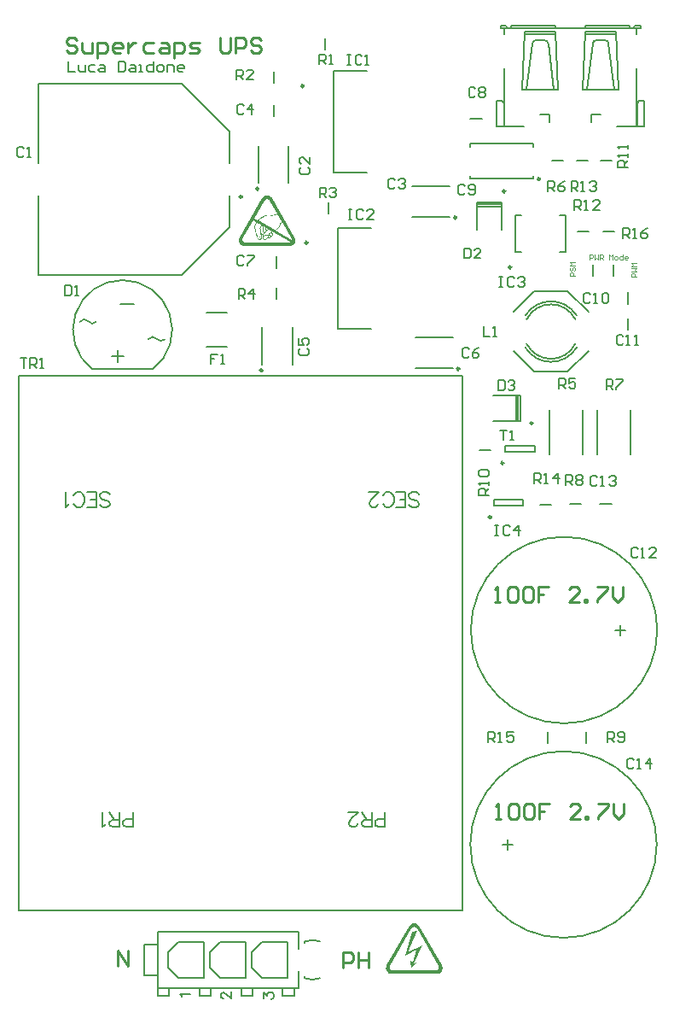
<source format=gto>
G04 Layer_Color=65535*
%FSLAX25Y25*%
%MOIN*%
G70*
G01*
G75*
%ADD10C,0.00787*%
%ADD11C,0.00984*%
%ADD12C,0.01000*%
%ADD13C,0.00394*%
%ADD14C,0.00500*%
G36*
X200918Y409353D02*
X201122Y409294D01*
X201356Y409236D01*
X201618Y409119D01*
X201851Y408974D01*
X202114Y408770D01*
X202143Y408740D01*
X202201Y408682D01*
X202347Y408536D01*
X202376Y408507D01*
X202405Y408449D01*
X202522Y408274D01*
X211328Y393023D01*
X211357Y392994D01*
X211387Y392906D01*
X211445Y392731D01*
X211532Y392527D01*
X211591Y392294D01*
X211620Y392003D01*
Y391711D01*
X211591Y391390D01*
Y391361D01*
X211562Y391303D01*
X211532Y391186D01*
X211503Y391069D01*
Y391040D01*
X211474Y390982D01*
X211416Y390894D01*
X211357Y390749D01*
X211328D01*
X211299Y390720D01*
X211241Y390632D01*
X211153Y390486D01*
X211008Y390340D01*
X210833Y390165D01*
X210629Y389990D01*
X210366Y389845D01*
X210074Y389728D01*
X210045D01*
X209958Y389699D01*
X209841Y389670D01*
X209724D01*
X209695Y389641D01*
X209579D01*
X209433Y389611D01*
X191674D01*
X191499Y389641D01*
X191295Y389699D01*
X191033Y389757D01*
X190770Y389874D01*
X190508Y390020D01*
X190246Y390224D01*
X190217Y390253D01*
X190158Y390311D01*
X190012Y390457D01*
X189983Y390486D01*
X189954Y390545D01*
X189837Y390749D01*
X189808Y390778D01*
X189779Y390865D01*
X189721Y391011D01*
X189633Y391215D01*
X189575Y391448D01*
X189546Y391711D01*
Y392003D01*
X189575Y392323D01*
Y392352D01*
X189604Y392440D01*
X189633Y392557D01*
X189662Y392644D01*
Y392673D01*
X189692Y392731D01*
X189750Y392819D01*
X189808Y392936D01*
Y392965D01*
Y392994D01*
X189837D01*
X198615Y408216D01*
Y408245D01*
X198673Y408303D01*
X198790Y408478D01*
X199023Y408740D01*
X199285Y408974D01*
X199344Y409003D01*
X199460Y409061D01*
X199489Y409090D01*
X199548Y409119D01*
X199664Y409178D01*
X199781Y409236D01*
X199956Y409294D01*
X200160Y409324D01*
X200364Y409382D01*
X200743D01*
X200918Y409353D01*
D02*
G37*
G36*
X258418Y125253D02*
X258622Y125194D01*
X258856Y125136D01*
X259118Y125019D01*
X259351Y124874D01*
X259614Y124670D01*
X259643Y124640D01*
X259701Y124582D01*
X259847Y124436D01*
X259876Y124407D01*
X259905Y124349D01*
X260022Y124174D01*
X268828Y108923D01*
X268858Y108894D01*
X268887Y108807D01*
X268945Y108632D01*
X269032Y108427D01*
X269091Y108194D01*
X269120Y107903D01*
Y107611D01*
X269091Y107290D01*
Y107261D01*
X269062Y107203D01*
X269032Y107086D01*
X269003Y106969D01*
Y106940D01*
X268974Y106882D01*
X268916Y106794D01*
X268858Y106649D01*
X268828D01*
X268799Y106620D01*
X268741Y106532D01*
X268653Y106386D01*
X268508Y106240D01*
X268333Y106065D01*
X268128Y105891D01*
X267866Y105745D01*
X267574Y105628D01*
X267545D01*
X267458Y105599D01*
X267341Y105570D01*
X267225D01*
X267195Y105541D01*
X267079D01*
X266933Y105511D01*
X249174D01*
X249000Y105541D01*
X248795Y105599D01*
X248533Y105657D01*
X248271Y105774D01*
X248008Y105920D01*
X247746Y106124D01*
X247716Y106153D01*
X247658Y106211D01*
X247512Y106357D01*
X247483Y106386D01*
X247454Y106445D01*
X247337Y106649D01*
X247308Y106678D01*
X247279Y106765D01*
X247221Y106911D01*
X247133Y107115D01*
X247075Y107349D01*
X247046Y107611D01*
Y107903D01*
X247075Y108223D01*
Y108252D01*
X247104Y108340D01*
X247133Y108457D01*
X247162Y108544D01*
Y108573D01*
X247192Y108632D01*
X247250Y108719D01*
X247308Y108836D01*
Y108865D01*
Y108894D01*
X247337D01*
X256115Y124116D01*
Y124145D01*
X256173Y124203D01*
X256290Y124378D01*
X256523Y124640D01*
X256785Y124874D01*
X256844Y124903D01*
X256960Y124961D01*
X256989Y124990D01*
X257048Y125019D01*
X257164Y125078D01*
X257281Y125136D01*
X257456Y125194D01*
X257660Y125224D01*
X257864Y125282D01*
X258243D01*
X258418Y125253D01*
D02*
G37*
%LPC*%
G36*
X197157Y393460D02*
X197011D01*
X196923Y393431D01*
X196894D01*
X196923Y393315D01*
Y393286D01*
X196952Y393227D01*
X197011Y393111D01*
X197040Y392994D01*
X197157Y392731D01*
X197215Y392615D01*
X197273Y392527D01*
X197302Y392498D01*
X197361Y392440D01*
X197477Y392382D01*
X197623Y392323D01*
X197740D01*
X197769Y392352D01*
Y392382D01*
Y392440D01*
Y392469D01*
X197798Y392498D01*
Y392586D01*
Y392615D01*
Y392644D01*
Y392673D01*
X197769Y392702D01*
Y392731D01*
X197740Y392790D01*
X197652Y392965D01*
Y392994D01*
X197623Y393023D01*
X197594Y393052D01*
X197565Y393111D01*
Y393140D01*
X197536Y393169D01*
X197419Y393286D01*
X197244Y393402D01*
X197157Y393460D01*
D02*
G37*
G36*
X200510Y393723D02*
X200423D01*
X200248Y393694D01*
X200131D01*
X199985Y393665D01*
X199868Y393636D01*
X199752D01*
X199723Y393606D01*
X199664D01*
X199635Y393577D01*
X199548Y393548D01*
X199431Y393460D01*
X199314Y393373D01*
X199285Y393315D01*
X199227Y393227D01*
X199169Y393081D01*
X199139Y393052D01*
X199110Y392906D01*
Y392848D01*
X199169Y392731D01*
X199227Y392586D01*
X199314Y392469D01*
X199373Y392440D01*
X199431Y392411D01*
X199548Y392382D01*
X199898D01*
X200014Y392440D01*
X200073Y392469D01*
X200131Y392498D01*
X200218Y392557D01*
X200248Y392586D01*
X200335Y392673D01*
X200452Y392790D01*
X200627Y393023D01*
Y393052D01*
X200656Y393081D01*
X200772Y393227D01*
X200860Y393402D01*
X200918Y393577D01*
X200889Y393606D01*
X200831Y393636D01*
X200685Y393665D01*
X200510Y393723D01*
D02*
G37*
G36*
X196544Y398768D02*
Y398739D01*
Y398709D01*
X196486Y398534D01*
X196398Y398243D01*
X196223Y397893D01*
Y397864D01*
X196194Y397834D01*
X196107Y397660D01*
X196048Y397455D01*
X195990Y397310D01*
Y397251D01*
X195961Y397193D01*
Y397106D01*
X195990Y396960D01*
Y396814D01*
X196048Y396610D01*
X196107Y396376D01*
Y396347D01*
X196136Y396260D01*
X196165Y396172D01*
X196194Y396085D01*
Y396056D01*
Y395997D01*
X196223Y395852D01*
X196282Y395589D01*
X196340Y395210D01*
Y395181D01*
Y395152D01*
X196369Y394948D01*
X196398Y394744D01*
X196457Y394510D01*
X196486Y394452D01*
X196515Y394335D01*
X196602Y394160D01*
X196690Y393956D01*
X196719Y393927D01*
X196748Y393810D01*
X196777Y393694D01*
X196836Y393577D01*
X196894D01*
X196923Y393606D01*
X197098D01*
X197273Y393548D01*
X197390Y393490D01*
X197506Y393431D01*
X197594Y393315D01*
X197711Y393169D01*
X197740Y393111D01*
X197798Y393052D01*
X197827Y393023D01*
X197856Y392965D01*
X197944Y392761D01*
Y392702D01*
Y392586D01*
Y392557D01*
Y392527D01*
Y392469D01*
Y392440D01*
X197973Y392469D01*
X198031Y392498D01*
X198061Y392527D01*
X198148Y392644D01*
X198235Y392790D01*
X198294Y392994D01*
Y393052D01*
Y393111D01*
X198265Y393198D01*
Y393344D01*
X198206Y393548D01*
X198148Y393781D01*
X198061Y394073D01*
X198031Y394102D01*
Y394160D01*
X198002Y394277D01*
X197973Y394306D01*
Y394365D01*
X197944Y394452D01*
Y394481D01*
X197915Y394539D01*
Y394569D01*
Y394656D01*
Y394685D01*
Y394714D01*
Y394889D01*
Y395093D01*
X197973Y395356D01*
Y395385D01*
Y395443D01*
X197944Y395618D01*
X197915Y395735D01*
X197856Y395881D01*
Y395910D01*
X197827Y395968D01*
X197798Y396085D01*
X197769Y396202D01*
X197711Y396464D01*
X197681Y396610D01*
Y396697D01*
Y396726D01*
X197740Y396843D01*
X197827Y397018D01*
X197973Y397222D01*
Y397251D01*
X198002Y397281D01*
X198090Y397426D01*
X198177Y397630D01*
X198206Y397805D01*
X196544Y398768D01*
D02*
G37*
G36*
X195086Y399584D02*
X191150Y392790D01*
Y392761D01*
Y392731D01*
X191120Y392702D01*
X191091Y392586D01*
X191062Y392557D01*
X191033Y392411D01*
Y392382D01*
Y392323D01*
X191004Y392236D01*
Y392119D01*
X191033Y391857D01*
X191150Y391565D01*
X191179D01*
X191208Y391507D01*
X191266Y391419D01*
X191295Y391390D01*
X191383Y391273D01*
X191412D01*
X191441Y391215D01*
X191616Y391128D01*
X191879Y391011D01*
X192054Y390982D01*
X192228Y390953D01*
X208966D01*
Y390982D01*
X209171D01*
X209229Y391011D01*
X209345D01*
X209433Y391069D01*
X209637Y391186D01*
X202726Y395181D01*
X202697Y395152D01*
X202639Y395093D01*
X202522Y395006D01*
X202405Y394889D01*
X202434Y394860D01*
X202493Y394831D01*
X202609Y394714D01*
X202755Y394569D01*
X202784Y394539D01*
X202814Y394510D01*
X202872Y394423D01*
X202901Y394277D01*
X202930Y394131D01*
Y394102D01*
X202901Y394015D01*
X202872Y393898D01*
X202843Y393752D01*
X202814Y393723D01*
X202784Y393636D01*
X202755Y393606D01*
X202639Y393548D01*
X202464Y393460D01*
X202201Y393431D01*
X202055D01*
Y393402D01*
X202085Y393315D01*
Y393169D01*
X202055Y393023D01*
Y392994D01*
Y392965D01*
X202026Y392877D01*
X201997Y392819D01*
X201939Y392761D01*
X201910Y392731D01*
X201881Y392702D01*
X201851Y392673D01*
X201735Y392586D01*
X201560Y392527D01*
X201326Y392498D01*
X201268D01*
X201151Y392527D01*
X200976Y392586D01*
X200802Y392702D01*
X200772Y392673D01*
X200685Y392557D01*
X200568Y392411D01*
X200423Y392294D01*
X200393D01*
X200364Y392236D01*
X200277Y392207D01*
X200160Y392148D01*
X200131D01*
X200073Y392119D01*
X199868Y392061D01*
X199489D01*
X199373Y392090D01*
X199227Y392148D01*
X199110Y392236D01*
Y392265D01*
X199052Y392294D01*
X198994Y392382D01*
X198935Y392469D01*
X198877Y392615D01*
X198819Y392790D01*
X198790Y392965D01*
X198760Y393198D01*
Y393227D01*
Y393256D01*
Y393286D01*
Y393315D01*
Y393431D01*
X198790Y393577D01*
X198819Y393752D01*
X198790Y393781D01*
X198731Y393840D01*
X198585Y393927D01*
X198556Y393956D01*
X198527Y393985D01*
X198410Y394044D01*
Y394015D01*
X198440Y393927D01*
X198498Y393781D01*
X198527Y393606D01*
X198585Y393256D01*
X198615Y393081D01*
Y392965D01*
Y392936D01*
Y392906D01*
X198556Y392702D01*
X198440Y392469D01*
X198352Y392352D01*
X198235Y392236D01*
X198206Y392207D01*
X198148Y392178D01*
X197944Y392061D01*
X197915D01*
X197827Y392032D01*
X197711Y392003D01*
X197536D01*
X197419Y392061D01*
X197215Y392148D01*
X197040Y392323D01*
X197011Y392382D01*
X196952Y392440D01*
X196923Y392527D01*
X196836Y392644D01*
X196777Y392790D01*
X196690Y392994D01*
X196602Y393227D01*
Y393256D01*
Y393286D01*
X196573Y393315D01*
Y393344D01*
Y393373D01*
X196544Y393431D01*
X196486Y393577D01*
X196428Y393665D01*
X196369Y393810D01*
Y393840D01*
X196340Y393869D01*
X196282Y394044D01*
X196223Y394219D01*
X196165Y394394D01*
Y394423D01*
X196107Y394569D01*
X196078Y394685D01*
Y394802D01*
X196048Y394977D01*
X196019Y395181D01*
Y395210D01*
Y395268D01*
X195990Y395356D01*
X195961Y395473D01*
X195932Y395735D01*
X195873Y395968D01*
Y395997D01*
Y396027D01*
X195844Y396056D01*
X195815Y396172D01*
X195786Y396289D01*
Y396318D01*
X195757Y396406D01*
X195728Y396551D01*
X195699Y396726D01*
X195640Y397076D01*
Y397251D01*
X195669Y397397D01*
Y397426D01*
X195728Y397543D01*
X195815Y397747D01*
X195932Y398009D01*
Y398039D01*
X195961Y398097D01*
X196019Y398214D01*
X196078Y398330D01*
X196165Y398651D01*
X196223Y398943D01*
X195086Y399584D01*
D02*
G37*
G36*
X206517Y398855D02*
X206488D01*
X206459Y398797D01*
X206342Y398709D01*
X206313Y398680D01*
X206255Y398593D01*
X206138Y398476D01*
X206021Y398272D01*
X205992Y398243D01*
X205963Y398155D01*
X205875Y397980D01*
X205788Y397718D01*
Y397689D01*
X205759Y397660D01*
X205700Y397485D01*
X205613Y397281D01*
X205496Y397106D01*
Y397076D01*
X205438Y397018D01*
X205321Y396872D01*
X205292Y396843D01*
X205234Y396785D01*
X205088Y396610D01*
X205059Y396581D01*
X204971Y396493D01*
X204826Y396376D01*
X204680Y396231D01*
X204272Y395939D01*
X204038Y395793D01*
X203834Y395677D01*
X210162Y392003D01*
Y392061D01*
Y392178D01*
Y392207D01*
Y392294D01*
Y392352D01*
X210133Y392469D01*
X210074Y392615D01*
X209987Y392790D01*
Y392819D01*
X206517Y398855D01*
D02*
G37*
G36*
X200131Y396668D02*
Y396639D01*
Y396581D01*
X200102Y396522D01*
Y396464D01*
Y396435D01*
Y396376D01*
X200160Y396202D01*
Y396172D01*
X200189Y396114D01*
X200218Y396085D01*
X200248Y395997D01*
X200306Y395881D01*
X200364Y395793D01*
X200393D01*
X200423Y395852D01*
X200568Y395939D01*
X200743Y396085D01*
X200918Y396231D01*
X200131Y396668D01*
D02*
G37*
G36*
X199285Y397164D02*
Y397135D01*
X199227Y397106D01*
X199139Y396931D01*
Y396901D01*
Y396843D01*
X199110Y396726D01*
Y396610D01*
Y396581D01*
Y396522D01*
Y396347D01*
Y396172D01*
Y396114D01*
Y396085D01*
Y396027D01*
Y395910D01*
X199139Y395764D01*
X199169Y395618D01*
Y395589D01*
X199198Y395502D01*
X199227Y395443D01*
X199256Y395385D01*
Y395356D01*
X199314Y395268D01*
X199373Y395123D01*
X199489Y394948D01*
Y394977D01*
X199519Y395006D01*
X199548Y395035D01*
X199577Y395064D01*
X199635Y395123D01*
X199752Y395239D01*
X199927Y395414D01*
X200131Y395589D01*
X200102Y395618D01*
X200073Y395677D01*
X199985Y395823D01*
X199898Y395997D01*
X199868Y396056D01*
Y396085D01*
X199839Y396172D01*
X199810Y396289D01*
X199781Y396435D01*
Y396464D01*
Y396551D01*
X199810Y396697D01*
X199839Y396843D01*
X199285Y397164D01*
D02*
G37*
G36*
X200597Y407895D02*
X200539D01*
X200393Y407866D01*
X200189Y407836D01*
X199956Y407720D01*
X199927Y407691D01*
X199898Y407661D01*
X199868D01*
X199839Y407632D01*
X199752Y407545D01*
X199635Y407428D01*
X199519Y407253D01*
X195582Y400430D01*
X196865Y399701D01*
X196894Y399730D01*
X196952Y399817D01*
X197098Y399934D01*
X197273Y400080D01*
X197302Y400109D01*
X197419Y400167D01*
X197565Y400284D01*
X197769Y400401D01*
X197798Y400430D01*
X197886Y400488D01*
X197915D01*
X197944Y400517D01*
X198031Y400576D01*
X198061D01*
X198090Y400605D01*
X198206Y400692D01*
X198352Y400780D01*
X198440Y400838D01*
X198469Y400867D01*
X198556Y400925D01*
X198702Y401013D01*
X198906Y401130D01*
X199344Y401392D01*
X199577Y401509D01*
X199810Y401596D01*
X199839D01*
X199927Y401625D01*
X200073Y401684D01*
X200248Y401713D01*
X200452Y401742D01*
X200714Y401771D01*
X201006Y401800D01*
X201356D01*
X201501Y401771D01*
X202026D01*
X202289Y401742D01*
X202814D01*
X202930Y401771D01*
X203193Y401829D01*
X203513Y401917D01*
X204505Y402325D01*
X201647Y407282D01*
X201618D01*
X201589Y407311D01*
X201531Y407428D01*
Y407457D01*
X201472Y407486D01*
X201414Y407545D01*
X201385Y407574D01*
X201356Y407603D01*
X201181Y407720D01*
X200918Y407807D01*
X200772Y407866D01*
X200597D01*
Y407895D01*
D02*
G37*
G36*
X204651Y402034D02*
X203630Y401625D01*
X203601D01*
X203543Y401596D01*
X203455Y401567D01*
X203339Y401509D01*
X203047Y401450D01*
X202697Y401392D01*
X202376D01*
X202085Y401421D01*
X201706Y401450D01*
X200802D01*
X200364Y401392D01*
X199927Y401305D01*
X199898D01*
X199839Y401275D01*
X199723Y401217D01*
X199548Y401130D01*
X199373Y401042D01*
X199139Y400925D01*
X198906Y400750D01*
X198644Y400576D01*
X198615Y400546D01*
X198527Y400517D01*
X198410Y400430D01*
X198206Y400284D01*
X198148Y400255D01*
X198061Y400226D01*
X197944Y400138D01*
X197915Y400109D01*
X197798Y400051D01*
X197652Y399934D01*
X197477Y399817D01*
X197448Y399788D01*
X197361Y399730D01*
X197273Y399642D01*
X197157Y399526D01*
X203455Y395881D01*
X203484D01*
X203572Y395910D01*
X203688Y395968D01*
X203863Y396056D01*
X204067Y396172D01*
X204301Y396347D01*
X204563Y396581D01*
X204855Y396843D01*
X204884Y396872D01*
X204913Y396901D01*
X205059Y397076D01*
X205088Y397106D01*
X205117Y397135D01*
X205234Y397281D01*
X205263Y397310D01*
X205292Y397397D01*
X205380Y397572D01*
X205496Y397834D01*
Y397864D01*
X205525Y397893D01*
X205584Y398068D01*
X205642Y398243D01*
X205730Y398447D01*
X205759Y398505D01*
X205846Y398622D01*
X205963Y398768D01*
X206109Y398943D01*
X206138Y398972D01*
X206196Y399001D01*
X206342Y399118D01*
X204651Y402034D01*
D02*
G37*
G36*
X201268Y393636D02*
Y393606D01*
X201239Y393490D01*
Y393460D01*
X201181Y393344D01*
X201122Y393169D01*
X201006Y392965D01*
X201035Y392936D01*
X201093Y392906D01*
X201210Y392877D01*
X201356Y392848D01*
X201472D01*
X201560Y392877D01*
X201647Y392936D01*
X201676D01*
X201706Y392965D01*
Y393023D01*
X201735Y393052D01*
Y393111D01*
Y393140D01*
Y393227D01*
Y393344D01*
X201647Y393490D01*
X201618D01*
X201589Y393519D01*
X201531D01*
X201501Y393548D01*
X201472D01*
X201414Y393577D01*
X201326Y393606D01*
X201268Y393636D01*
D02*
G37*
G36*
X201239Y396056D02*
X201181Y396027D01*
X201035Y395910D01*
X200831Y395735D01*
X200539Y395531D01*
X200510D01*
X200481Y395473D01*
X200306Y395327D01*
X200073Y395123D01*
X199839Y394860D01*
X199810Y394831D01*
X199723Y394714D01*
X199606Y394569D01*
X199489Y394365D01*
X199344Y394131D01*
X199227Y393869D01*
X199139Y393606D01*
X199114Y393377D01*
X199110Y393373D01*
Y393344D01*
X199114Y393377D01*
X199139Y393402D01*
X199169Y393460D01*
X199198Y393490D01*
X199227Y393519D01*
X199314Y393577D01*
X199460Y393665D01*
X199635Y393752D01*
X199664D01*
X199694Y393781D01*
X199781D01*
X199810Y393810D01*
X199839D01*
X199898Y393840D01*
X199956D01*
X200131Y393869D01*
X200539D01*
X200568Y393840D01*
X200685Y393810D01*
X200772D01*
X200947Y393752D01*
Y393781D01*
X200976Y393810D01*
X201006Y393898D01*
Y393927D01*
X201035Y393956D01*
X201064Y394073D01*
X201122Y394190D01*
Y394219D01*
X201151Y394248D01*
X201239Y394365D01*
X201385Y394539D01*
X201560Y394714D01*
X201589D01*
X201647Y394773D01*
X201764Y394860D01*
X201939Y394977D01*
X201968D01*
X201997Y395006D01*
X202143Y395123D01*
X202289Y395239D01*
X202434Y395356D01*
X201239Y396056D01*
D02*
G37*
G36*
X198498Y397601D02*
Y397572D01*
X198469Y397455D01*
X198381Y397281D01*
X198235Y397047D01*
X198206Y397018D01*
X198148Y396901D01*
X198061Y396756D01*
X198031Y396639D01*
Y396610D01*
Y396493D01*
X198061Y396318D01*
X198090Y396172D01*
X198148Y395997D01*
Y395968D01*
X198177Y395910D01*
X198206Y395823D01*
X198235Y395706D01*
X198294Y395443D01*
Y395356D01*
Y395268D01*
Y395210D01*
X198265Y395093D01*
X198235Y394889D01*
Y394656D01*
Y394598D01*
X198265Y394569D01*
X198294D01*
X198323Y394539D01*
X198381Y394510D01*
X198440Y394452D01*
X198469D01*
X198498Y394423D01*
X198556Y394365D01*
X198585Y394335D01*
X198644Y394277D01*
X198760Y394219D01*
X198790D01*
X198819Y394160D01*
X198935Y394102D01*
X198965Y394160D01*
X199023Y394277D01*
X199110Y394452D01*
X199256Y394685D01*
X199227Y394744D01*
X199169Y394860D01*
X199052Y395035D01*
X198965Y395239D01*
Y395268D01*
X198935Y395327D01*
X198906Y395385D01*
X198877D01*
Y395414D01*
Y395443D01*
X198848Y395531D01*
Y395560D01*
Y395589D01*
X198819Y395677D01*
X198790Y395852D01*
Y396085D01*
Y396114D01*
Y396172D01*
Y396318D01*
Y396347D01*
Y396406D01*
Y396610D01*
Y396639D01*
Y396756D01*
Y396872D01*
X198819Y397018D01*
Y397047D01*
X198877Y397135D01*
X198994Y397339D01*
X198498Y397601D01*
D02*
G37*
G36*
X202143Y394714D02*
X202114D01*
X202085Y394685D01*
X201968Y394627D01*
X201851Y394539D01*
X201764Y394481D01*
X201735Y394452D01*
X201647Y394365D01*
X201531Y394219D01*
X201414Y394044D01*
Y394015D01*
X201385Y393985D01*
Y393956D01*
X201414D01*
X201443Y393927D01*
X201589Y393840D01*
X201647D01*
X201764Y393810D01*
X201939Y393781D01*
X202172Y393752D01*
X202318D01*
X202434Y393781D01*
X202522Y393840D01*
Y393869D01*
Y393898D01*
X202551Y393985D01*
X202580Y394073D01*
Y394131D01*
Y394160D01*
Y394190D01*
Y394248D01*
X202522Y394306D01*
Y394335D01*
X202493D01*
Y394365D01*
Y394394D01*
X202434Y394423D01*
X202347Y394539D01*
X202201Y394656D01*
X202143Y394714D01*
D02*
G37*
G36*
X258097Y123795D02*
X258039D01*
X257893Y123766D01*
X257689Y123736D01*
X257456Y123620D01*
Y123591D01*
X257427Y123561D01*
X257368D01*
X257339Y123532D01*
X257252Y123445D01*
X257135Y123328D01*
X257018Y123153D01*
X248650Y108690D01*
Y108661D01*
Y108632D01*
X248620Y108602D01*
X248591Y108486D01*
Y108457D01*
X248562Y108427D01*
X248533Y108311D01*
Y108282D01*
Y108223D01*
X248504Y108165D01*
Y108048D01*
X248533Y107757D01*
X248591Y107611D01*
X248650Y107465D01*
X248679Y107407D01*
X248766Y107319D01*
X248795Y107290D01*
X248883Y107174D01*
X248912D01*
X248941Y107115D01*
X249116Y107028D01*
X249379Y106911D01*
X249554Y106882D01*
X249728Y106853D01*
X266466D01*
Y106882D01*
X266700D01*
X266787Y106911D01*
X266845Y106940D01*
X266816Y106911D01*
X266845D01*
X266904Y106940D01*
X267079Y107028D01*
X267283Y107203D01*
X267516Y107465D01*
X267545Y107523D01*
X267604Y107640D01*
X267633Y107844D01*
X267662Y108078D01*
Y108107D01*
Y108194D01*
Y108252D01*
X267633Y108369D01*
X267574Y108515D01*
X267487Y108690D01*
Y108719D01*
X259118Y123182D01*
Y123212D01*
X259089Y123241D01*
X259031Y123328D01*
X259001Y123357D01*
X258914Y123445D01*
X258885Y123474D01*
X258856Y123503D01*
X258681Y123620D01*
X258418Y123707D01*
X258272Y123766D01*
X258097D01*
Y123795D01*
D02*
G37*
%LPD*%
G36*
X255677Y113851D02*
X261159Y116680D01*
X257806Y109740D01*
X259031Y110031D01*
X257018Y107698D01*
X256581Y110498D01*
X257485Y109798D01*
X258797Y114784D01*
X254569Y112714D01*
X257281Y122074D01*
X259264Y122133D01*
X255677Y113851D01*
D02*
G37*
D10*
X352817Y156000D02*
G03*
X352817Y156000I-36417J0D01*
G01*
X353017Y239700D02*
G03*
X353017Y239700I-36417J0D01*
G01*
X321011Y360947D02*
G03*
X301989Y360947I-9511J-4747D01*
G01*
X321539Y362422D02*
G03*
X301461Y362422I-10039J-6222D01*
G01*
Y349978D02*
G03*
X321539Y349978I10039J6222D01*
G01*
X301989Y351453D02*
G03*
X321011Y351453I9511J4747D01*
G01*
X157446Y353377D02*
G03*
X160498Y353108I1634J1097D01*
G01*
X157348Y353455D02*
G03*
X154159Y353194I-1501J-1274D01*
G01*
X155922Y341506D02*
G03*
X132278Y341506I-11822J15394D01*
G01*
X130616Y360286D02*
G03*
X127427Y360025I-1501J-1274D01*
G01*
X130714Y360207D02*
G03*
X133765Y359939I1634J1097D01*
G01*
X215300Y103854D02*
G03*
X221217Y103820I3000J7146D01*
G01*
X221217Y118180D02*
G03*
X215300Y118146I-2917J-7180D01*
G01*
X294491Y474519D02*
G03*
X293270Y475739I-1221J0D01*
G01*
X293309Y474519D02*
G03*
X293270Y474558I-39J0D01*
G01*
X329280Y469939D02*
G03*
X327795Y468624I0J-1496D01*
G01*
X334020D02*
G03*
X332535Y469939I-1485J-181D01*
G01*
X305658D02*
G03*
X304173Y468624I0J-1496D01*
G01*
X310399D02*
G03*
X308913Y469939I-1485J-181D01*
G01*
X344924Y475739D02*
G03*
X343703Y474519I0J-1221D01*
G01*
X344924Y474558D02*
G03*
X344884Y474519I0J-39D01*
G01*
X103673Y130172D02*
X276902D01*
Y338833D01*
X103673D02*
X276902D01*
X103673Y130172D02*
Y338833D01*
X294550Y154032D02*
Y157968D01*
X292581Y156000D02*
X296518D01*
X310100Y195735D02*
Y200065D01*
X325100Y195735D02*
Y200065D01*
X338450Y237732D02*
Y241669D01*
X336482Y239700D02*
X340419D01*
X289091Y288119D02*
X300509D01*
X289091D02*
Y290481D01*
X300509D01*
Y288119D02*
Y290481D01*
X283435Y309800D02*
X287765D01*
X305109Y309219D02*
Y311581D01*
X293691D02*
X305109D01*
X293691Y309219D02*
Y311581D01*
Y309219D02*
X305109D01*
X307235Y288700D02*
X311565D01*
X318835Y288800D02*
X323165D01*
X330636Y288900D02*
X335164D01*
X342696Y308439D02*
Y325761D01*
X329704Y308439D02*
Y325761D01*
X323896Y308439D02*
Y325761D01*
X310904Y308439D02*
Y325761D01*
X297941Y321379D02*
Y331221D01*
X298728Y321379D02*
Y331221D01*
X299516Y321379D02*
Y331221D01*
X288886Y321379D02*
X299516D01*
X288886Y331221D02*
X299516D01*
X341400Y356836D02*
Y361364D01*
Y367036D02*
Y371564D01*
X327900Y378035D02*
Y382365D01*
X335763Y378035D02*
Y382365D01*
X321835Y395300D02*
X326165D01*
X331935Y395200D02*
X336265D01*
X297458Y387413D02*
X299820D01*
X297458D02*
Y401587D01*
X299820D01*
X314780D02*
X317143D01*
Y387413D02*
Y401587D01*
X314780Y387413D02*
X317143D01*
X318023Y340452D02*
X326094Y348523D01*
X304977Y340452D02*
X318023D01*
X296906Y348523D02*
X304977Y340452D01*
X296906Y363877D02*
X304977Y371948D01*
X318023D01*
X326094Y363877D01*
X282479Y405040D02*
X292321D01*
X282479Y405828D02*
X292321D01*
X282479Y406615D02*
X292321D01*
Y395985D02*
Y406615D01*
X282479Y395985D02*
Y406615D01*
X257316Y401094D02*
X271884D01*
X257316Y412906D02*
X271884D01*
X224700Y402135D02*
Y406465D01*
X228095Y396585D02*
X241087D01*
X228095Y357215D02*
Y396585D01*
Y357215D02*
X241087D01*
X226594Y457785D02*
X239587D01*
X226594Y418415D02*
Y457785D01*
Y418415D02*
X239587D01*
X223300Y466435D02*
Y470765D01*
X203200Y453435D02*
Y457765D01*
X203100Y440236D02*
Y444764D01*
X197195Y414116D02*
Y428684D01*
X209005Y414116D02*
Y428684D01*
X204200Y381036D02*
Y385564D01*
Y369035D02*
Y373365D01*
X198695Y343216D02*
Y357784D01*
X210506Y343216D02*
Y357784D01*
X258517Y342094D02*
X273083D01*
X258517Y353906D02*
X273083D01*
X176766Y363613D02*
X185034D01*
X176766Y350187D02*
X185034D01*
X132278Y341506D02*
X155922D01*
X186002Y421999D02*
Y434401D01*
X167301Y453102D02*
X186002Y434401D01*
X111198Y453102D02*
X167301D01*
X111198Y421999D02*
Y453102D01*
X186002Y396999D02*
Y409401D01*
X167301Y378298D02*
X186002Y396999D01*
X111198Y378298D02*
X167301D01*
X111198D02*
Y409401D01*
X215300Y117500D02*
Y118146D01*
Y103854D02*
Y104500D01*
X212800Y100000D02*
Y106669D01*
Y115331D02*
Y122000D01*
X152700Y105100D02*
Y116900D01*
X157800Y97000D02*
Y122000D01*
X162000Y107900D02*
Y114100D01*
X162300Y97000D02*
Y100000D01*
X162000Y114100D02*
X165900Y118000D01*
X162000Y107900D02*
X165900Y104000D01*
X174100Y97000D02*
Y100000D01*
X206700Y97000D02*
X211200D01*
X190400D02*
X194900D01*
X174100D02*
X178600D01*
X157800D02*
X162300D01*
X176000Y104000D02*
Y118000D01*
X178300Y114100D02*
X182200Y118000D01*
X178300Y107900D02*
Y114100D01*
X178600Y97000D02*
Y100000D01*
X157800D02*
X212800D01*
X178300Y107900D02*
X182200Y104000D01*
X165900D02*
X176000D01*
X182200D02*
X192300D01*
X198500D02*
X208600D01*
X152700Y105100D02*
X157800D01*
X190400Y97000D02*
Y100000D01*
X194600Y114100D02*
X198500Y118000D01*
X192300Y104000D02*
Y118000D01*
X194600Y107900D02*
X198500Y104000D01*
X194600Y107900D02*
Y114100D01*
X194900Y97000D02*
Y100000D01*
X152700Y116900D02*
X157800D01*
X198500Y118000D02*
X208600D01*
X182200D02*
X192300D01*
X165900D02*
X176000D01*
X157800Y122000D02*
X212800D01*
X206700Y97000D02*
Y100000D01*
X208600Y104000D02*
Y118000D01*
X211200Y97000D02*
Y100000D01*
X290357Y436369D02*
X300807D01*
X293309Y472348D02*
Y474519D01*
X344884Y472348D02*
Y474519D01*
X301331Y472196D02*
X313241D01*
X324953D02*
X336863D01*
X291735Y475739D02*
X293270D01*
X291735Y474558D02*
Y475739D01*
Y474558D02*
X293270D01*
X293309Y436369D02*
Y459052D01*
X307164Y440897D02*
X310829D01*
Y438084D02*
Y440897D01*
X327365Y438084D02*
Y440897D01*
X331030D01*
X325593Y450503D02*
X327795Y468624D01*
X329280Y469939D02*
X332535D01*
X334020Y468624D02*
X336223Y450503D01*
X301971D02*
X304173Y468624D01*
X305658Y469939D02*
X308913D01*
X310399Y468624D02*
X312601Y450503D01*
X313191Y473338D02*
X314176Y450503D01*
X301380Y473338D02*
X313191D01*
X300396Y450503D02*
X301380Y473338D01*
X300396Y450503D02*
X314176D01*
X336813Y473338D02*
X337798Y450503D01*
X325002Y473338D02*
X336813D01*
X324018Y450503D02*
X325002Y473338D01*
X324018Y450503D02*
X337798D01*
X293309Y474519D02*
X344884D01*
X295868D02*
Y475739D01*
X313191D01*
Y474519D02*
Y475739D01*
X325002Y474519D02*
Y475739D01*
X342325D01*
Y474519D02*
Y475739D01*
X344924D02*
X346459D01*
Y474558D02*
Y475739D01*
X344924Y474558D02*
X346459D01*
X344884Y436369D02*
Y459052D01*
X345081Y436369D02*
Y445424D01*
X345868Y446212D01*
X347837D01*
Y436369D02*
Y446212D01*
X293113Y436369D02*
Y445424D01*
X292325Y446212D02*
X293113Y445424D01*
X290357Y446212D02*
X292325D01*
X290357Y436369D02*
Y446212D01*
X337387Y436369D02*
X347837D01*
X280036Y439200D02*
X284564D01*
X279798Y415810D02*
X304602D01*
X279798Y429590D02*
X304602D01*
Y428409D02*
Y429590D01*
Y415810D02*
Y416991D01*
X279798Y415810D02*
Y416991D01*
Y428409D02*
Y429590D01*
X311935Y422900D02*
X316265D01*
X330835D02*
X335165D01*
X321435D02*
X325765D01*
X105524Y427480D02*
X104868Y428136D01*
X103556D01*
X102900Y427480D01*
Y424856D01*
X103556Y424200D01*
X104868D01*
X105524Y424856D01*
X106836Y424200D02*
X108148D01*
X107492D01*
Y428136D01*
X106836Y427480D01*
X214020Y420324D02*
X213364Y419668D01*
Y418356D01*
X214020Y417700D01*
X216644D01*
X217300Y418356D01*
Y419668D01*
X216644Y420324D01*
X217300Y424260D02*
Y421636D01*
X214676Y424260D01*
X214020D01*
X213364Y423604D01*
Y422292D01*
X214020Y421636D01*
X250624Y415380D02*
X249968Y416036D01*
X248656D01*
X248000Y415380D01*
Y412756D01*
X248656Y412100D01*
X249968D01*
X250624Y412756D01*
X251936Y415380D02*
X252592Y416036D01*
X253904D01*
X254560Y415380D01*
Y414724D01*
X253904Y414068D01*
X253248D01*
X253904D01*
X254560Y413412D01*
Y412756D01*
X253904Y412100D01*
X252592D01*
X251936Y412756D01*
X191424Y444380D02*
X190768Y445036D01*
X189456D01*
X188800Y444380D01*
Y441756D01*
X189456Y441100D01*
X190768D01*
X191424Y441756D01*
X194704Y441100D02*
Y445036D01*
X192736Y443068D01*
X195360D01*
X213620Y349524D02*
X212964Y348868D01*
Y347556D01*
X213620Y346900D01*
X216244D01*
X216900Y347556D01*
Y348868D01*
X216244Y349524D01*
X212964Y353460D02*
Y350836D01*
X214932D01*
X214276Y352148D01*
Y352804D01*
X214932Y353460D01*
X216244D01*
X216900Y352804D01*
Y351492D01*
X216244Y350836D01*
X279424Y349180D02*
X278768Y349836D01*
X277456D01*
X276800Y349180D01*
Y346556D01*
X277456Y345900D01*
X278768D01*
X279424Y346556D01*
X283360Y349836D02*
X282048Y349180D01*
X280736Y347868D01*
Y346556D01*
X281392Y345900D01*
X282704D01*
X283360Y346556D01*
Y347212D01*
X282704Y347868D01*
X280736D01*
X191624Y385280D02*
X190968Y385936D01*
X189656D01*
X189000Y385280D01*
Y382656D01*
X189656Y382000D01*
X190968D01*
X191624Y382656D01*
X192936Y385936D02*
X195560D01*
Y385280D01*
X192936Y382656D01*
Y382000D01*
X282024Y450880D02*
X281368Y451536D01*
X280056D01*
X279400Y450880D01*
Y448256D01*
X280056Y447600D01*
X281368D01*
X282024Y448256D01*
X283336Y450880D02*
X283992Y451536D01*
X285304D01*
X285960Y450880D01*
Y450224D01*
X285304Y449568D01*
X285960Y448912D01*
Y448256D01*
X285304Y447600D01*
X283992D01*
X283336Y448256D01*
Y448912D01*
X283992Y449568D01*
X283336Y450224D01*
Y450880D01*
X283992Y449568D02*
X285304D01*
X277924Y412980D02*
X277268Y413636D01*
X275956D01*
X275300Y412980D01*
Y410356D01*
X275956Y409700D01*
X277268D01*
X277924Y410356D01*
X279236D02*
X279892Y409700D01*
X281204D01*
X281860Y410356D01*
Y412980D01*
X281204Y413636D01*
X279892D01*
X279236Y412980D01*
Y412324D01*
X279892Y411668D01*
X281860D01*
X326824Y370480D02*
X326168Y371136D01*
X324856D01*
X324200Y370480D01*
Y367856D01*
X324856Y367200D01*
X326168D01*
X326824Y367856D01*
X328136Y367200D02*
X329448D01*
X328792D01*
Y371136D01*
X328136Y370480D01*
X331416D02*
X332071Y371136D01*
X333383D01*
X334039Y370480D01*
Y367856D01*
X333383Y367200D01*
X332071D01*
X331416Y367856D01*
Y370480D01*
X339724Y354380D02*
X339068Y355036D01*
X337756D01*
X337100Y354380D01*
Y351756D01*
X337756Y351100D01*
X339068D01*
X339724Y351756D01*
X341036Y351100D02*
X342348D01*
X341692D01*
Y355036D01*
X341036Y354380D01*
X344316Y351100D02*
X345627D01*
X344971D01*
Y355036D01*
X344316Y354380D01*
X345424Y271380D02*
X344768Y272036D01*
X343456D01*
X342800Y271380D01*
Y268756D01*
X343456Y268100D01*
X344768D01*
X345424Y268756D01*
X346736Y268100D02*
X348048D01*
X347392D01*
Y272036D01*
X346736Y271380D01*
X352639Y268100D02*
X350015D01*
X352639Y270724D01*
Y271380D01*
X351983Y272036D01*
X350672D01*
X350015Y271380D01*
X329624Y299180D02*
X328968Y299836D01*
X327656D01*
X327000Y299180D01*
Y296556D01*
X327656Y295900D01*
X328968D01*
X329624Y296556D01*
X330936Y295900D02*
X332248D01*
X331592D01*
Y299836D01*
X330936Y299180D01*
X334215D02*
X334872Y299836D01*
X336183D01*
X336839Y299180D01*
Y298524D01*
X336183Y297868D01*
X335527D01*
X336183D01*
X336839Y297212D01*
Y296556D01*
X336183Y295900D01*
X334872D01*
X334215Y296556D01*
X343824Y188880D02*
X343168Y189536D01*
X341856D01*
X341200Y188880D01*
Y186256D01*
X341856Y185600D01*
X343168D01*
X343824Y186256D01*
X345136Y185600D02*
X346448D01*
X345792D01*
Y189536D01*
X345136Y188880D01*
X350383Y185600D02*
Y189536D01*
X348415Y187568D01*
X351039D01*
X121700Y374236D02*
Y370300D01*
X123668D01*
X124324Y370956D01*
Y373580D01*
X123668Y374236D01*
X121700D01*
X125636Y370300D02*
X126948D01*
X126292D01*
Y374236D01*
X125636Y373580D01*
X277500Y388736D02*
Y384800D01*
X279468D01*
X280124Y385456D01*
Y388080D01*
X279468Y388736D01*
X277500D01*
X284060Y384800D02*
X281436D01*
X284060Y387424D01*
Y388080D01*
X283404Y388736D01*
X282092D01*
X281436Y388080D01*
X290800Y337336D02*
Y333400D01*
X292768D01*
X293424Y334056D01*
Y336680D01*
X292768Y337336D01*
X290800D01*
X294736Y336680D02*
X295392Y337336D01*
X296704D01*
X297360Y336680D01*
Y336024D01*
X296704Y335368D01*
X296048D01*
X296704D01*
X297360Y334712D01*
Y334056D01*
X296704Y333400D01*
X295392D01*
X294736Y334056D01*
X181324Y347436D02*
X178700D01*
Y345468D01*
X180012D01*
X178700D01*
Y343500D01*
X182636D02*
X183948D01*
X183292D01*
Y347436D01*
X182636Y346780D01*
X231800Y464136D02*
X233112D01*
X232456D01*
Y460200D01*
X231800D01*
X233112D01*
X237704Y463480D02*
X237048Y464136D01*
X235736D01*
X235080Y463480D01*
Y460856D01*
X235736Y460200D01*
X237048D01*
X237704Y460856D01*
X239016Y460200D02*
X240327D01*
X239671D01*
Y464136D01*
X239016Y463480D01*
X232400Y403936D02*
X233712D01*
X233056D01*
Y400000D01*
X232400D01*
X233712D01*
X238304Y403280D02*
X237648Y403936D01*
X236336D01*
X235680Y403280D01*
Y400656D01*
X236336Y400000D01*
X237648D01*
X238304Y400656D01*
X242239Y400000D02*
X239616D01*
X242239Y402624D01*
Y403280D01*
X241583Y403936D01*
X240271D01*
X239616Y403280D01*
X291300Y377536D02*
X292612D01*
X291956D01*
Y373600D01*
X291300D01*
X292612D01*
X297204Y376880D02*
X296548Y377536D01*
X295236D01*
X294580Y376880D01*
Y374256D01*
X295236Y373600D01*
X296548D01*
X297204Y374256D01*
X298516Y376880D02*
X299171Y377536D01*
X300483D01*
X301139Y376880D01*
Y376224D01*
X300483Y375568D01*
X299827D01*
X300483D01*
X301139Y374912D01*
Y374256D01*
X300483Y373600D01*
X299171D01*
X298516Y374256D01*
X289600Y280536D02*
X290912D01*
X290256D01*
Y276600D01*
X289600D01*
X290912D01*
X295504Y279880D02*
X294848Y280536D01*
X293536D01*
X292880Y279880D01*
Y277256D01*
X293536Y276600D01*
X294848D01*
X295504Y277256D01*
X298783Y276600D02*
Y280536D01*
X296815Y278568D01*
X299439D01*
X285100Y358336D02*
Y354400D01*
X287724D01*
X289036D02*
X290348D01*
X289692D01*
Y358336D01*
X289036Y357680D01*
X220900Y460500D02*
Y464436D01*
X222868D01*
X223524Y463780D01*
Y462468D01*
X222868Y461812D01*
X220900D01*
X222212D02*
X223524Y460500D01*
X224836D02*
X226148D01*
X225492D01*
Y464436D01*
X224836Y463780D01*
X188563Y454500D02*
Y458436D01*
X190531D01*
X191187Y457780D01*
Y456468D01*
X190531Y455812D01*
X188563D01*
X189875D02*
X191187Y454500D01*
X195123D02*
X192499D01*
X195123Y457124D01*
Y457780D01*
X194467Y458436D01*
X193155D01*
X192499Y457780D01*
X221100Y408500D02*
Y412436D01*
X223068D01*
X223724Y411780D01*
Y410468D01*
X223068Y409812D01*
X221100D01*
X222412D02*
X223724Y408500D01*
X225036Y411780D02*
X225692Y412436D01*
X227004D01*
X227660Y411780D01*
Y411124D01*
X227004Y410468D01*
X226348D01*
X227004D01*
X227660Y409812D01*
Y409156D01*
X227004Y408500D01*
X225692D01*
X225036Y409156D01*
X189400Y369100D02*
Y373036D01*
X191368D01*
X192024Y372380D01*
Y371068D01*
X191368Y370412D01*
X189400D01*
X190712D02*
X192024Y369100D01*
X195304D02*
Y373036D01*
X193336Y371068D01*
X195960D01*
X314500Y333900D02*
Y337836D01*
X316468D01*
X317124Y337180D01*
Y335868D01*
X316468Y335212D01*
X314500D01*
X315812D02*
X317124Y333900D01*
X321060Y337836D02*
X318436D01*
Y335868D01*
X319748Y336524D01*
X320404D01*
X321060Y335868D01*
Y334556D01*
X320404Y333900D01*
X319092D01*
X318436Y334556D01*
X310300Y411100D02*
Y415036D01*
X312268D01*
X312924Y414380D01*
Y413068D01*
X312268Y412412D01*
X310300D01*
X311612D02*
X312924Y411100D01*
X316860Y415036D02*
X315548Y414380D01*
X314236Y413068D01*
Y411756D01*
X314892Y411100D01*
X316204D01*
X316860Y411756D01*
Y412412D01*
X316204Y413068D01*
X314236D01*
X333100Y333600D02*
Y337536D01*
X335068D01*
X335724Y336880D01*
Y335568D01*
X335068Y334912D01*
X333100D01*
X334412D02*
X335724Y333600D01*
X337036Y337536D02*
X339660D01*
Y336880D01*
X337036Y334256D01*
Y333600D01*
X317300Y296400D02*
Y300336D01*
X319268D01*
X319924Y299680D01*
Y298368D01*
X319268Y297712D01*
X317300D01*
X318612D02*
X319924Y296400D01*
X321236Y299680D02*
X321892Y300336D01*
X323204D01*
X323860Y299680D01*
Y299024D01*
X323204Y298368D01*
X323860Y297712D01*
Y297056D01*
X323204Y296400D01*
X321892D01*
X321236Y297056D01*
Y297712D01*
X321892Y298368D01*
X321236Y299024D01*
Y299680D01*
X321892Y298368D02*
X323204D01*
X333700Y196000D02*
Y199936D01*
X335668D01*
X336324Y199280D01*
Y197968D01*
X335668Y197312D01*
X333700D01*
X335012D02*
X336324Y196000D01*
X337636Y196656D02*
X338292Y196000D01*
X339604D01*
X340260Y196656D01*
Y199280D01*
X339604Y199936D01*
X338292D01*
X337636Y199280D01*
Y198624D01*
X338292Y197968D01*
X340260D01*
X287300Y292400D02*
X283364D01*
Y294368D01*
X284020Y295024D01*
X285332D01*
X285988Y294368D01*
Y292400D01*
Y293712D02*
X287300Y295024D01*
Y296336D02*
Y297648D01*
Y296992D01*
X283364D01*
X284020Y296336D01*
Y299616D02*
X283364Y300272D01*
Y301583D01*
X284020Y302239D01*
X286644D01*
X287300Y301583D01*
Y300272D01*
X286644Y299616D01*
X284020D01*
X341400Y420400D02*
X337464D01*
Y422368D01*
X338120Y423024D01*
X339432D01*
X340088Y422368D01*
Y420400D01*
Y421712D02*
X341400Y423024D01*
Y424336D02*
Y425648D01*
Y424992D01*
X337464D01*
X338120Y424336D01*
X341400Y427615D02*
Y428927D01*
Y428271D01*
X337464D01*
X338120Y427615D01*
X320600Y403700D02*
Y407636D01*
X322568D01*
X323224Y406980D01*
Y405668D01*
X322568Y405012D01*
X320600D01*
X321912D02*
X323224Y403700D01*
X324536D02*
X325848D01*
X325192D01*
Y407636D01*
X324536Y406980D01*
X330439Y403700D02*
X327816D01*
X330439Y406324D01*
Y406980D01*
X329783Y407636D01*
X328471D01*
X327816Y406980D01*
X319400Y411000D02*
Y414936D01*
X321368D01*
X322024Y414280D01*
Y412968D01*
X321368Y412312D01*
X319400D01*
X320712D02*
X322024Y411000D01*
X323336D02*
X324648D01*
X323992D01*
Y414936D01*
X323336Y414280D01*
X326616D02*
X327272Y414936D01*
X328583D01*
X329239Y414280D01*
Y413624D01*
X328583Y412968D01*
X327927D01*
X328583D01*
X329239Y412312D01*
Y411656D01*
X328583Y411000D01*
X327272D01*
X326616Y411656D01*
X304900Y296900D02*
Y300836D01*
X306868D01*
X307524Y300180D01*
Y298868D01*
X306868Y298212D01*
X304900D01*
X306212D02*
X307524Y296900D01*
X308836D02*
X310148D01*
X309492D01*
Y300836D01*
X308836Y300180D01*
X314083Y296900D02*
Y300836D01*
X312116Y298868D01*
X314739D01*
X286900Y195900D02*
Y199836D01*
X288868D01*
X289524Y199180D01*
Y197868D01*
X288868Y197212D01*
X286900D01*
X288212D02*
X289524Y195900D01*
X290836D02*
X292148D01*
X291492D01*
Y199836D01*
X290836Y199180D01*
X296739Y199836D02*
X294115D01*
Y197868D01*
X295427Y198524D01*
X296083D01*
X296739Y197868D01*
Y196556D01*
X296083Y195900D01*
X294772D01*
X294115Y196556D01*
X339500Y392600D02*
Y396536D01*
X341468D01*
X342124Y395880D01*
Y394568D01*
X341468Y393912D01*
X339500D01*
X340812D02*
X342124Y392600D01*
X343436D02*
X344748D01*
X344092D01*
Y396536D01*
X343436Y395880D01*
X349339Y396536D02*
X348027Y395880D01*
X346715Y394568D01*
Y393256D01*
X347372Y392600D01*
X348683D01*
X349339Y393256D01*
Y393912D01*
X348683Y394568D01*
X346715D01*
X291500Y317736D02*
X294124D01*
X292812D01*
Y313800D01*
X295436D02*
X296748D01*
X296092D01*
Y317736D01*
X295436Y317080D01*
X104100Y345936D02*
X106724D01*
X105412D01*
Y342000D01*
X108036D02*
Y345936D01*
X110004D01*
X110660Y345280D01*
Y343968D01*
X110004Y343312D01*
X108036D01*
X109348D02*
X110660Y342000D01*
X111971D02*
X113283D01*
X112627D01*
Y345936D01*
X111971Y345280D01*
X122900Y461536D02*
Y457600D01*
X125524D01*
X126836Y460224D02*
Y458256D01*
X127492Y457600D01*
X129460D01*
Y460224D01*
X133395D02*
X131427D01*
X130772Y459568D01*
Y458256D01*
X131427Y457600D01*
X133395D01*
X135363Y460224D02*
X136675D01*
X137331Y459568D01*
Y457600D01*
X135363D01*
X134707Y458256D01*
X135363Y458912D01*
X137331D01*
X142579Y461536D02*
Y457600D01*
X144547D01*
X145203Y458256D01*
Y460880D01*
X144547Y461536D01*
X142579D01*
X147170Y460224D02*
X148482D01*
X149138Y459568D01*
Y457600D01*
X147170D01*
X146514Y458256D01*
X147170Y458912D01*
X149138D01*
X150450Y457600D02*
X151762D01*
X151106D01*
Y460224D01*
X150450D01*
X156354Y461536D02*
Y457600D01*
X154386D01*
X153730Y458256D01*
Y459568D01*
X154386Y460224D01*
X156354D01*
X158322Y457600D02*
X159634D01*
X160290Y458256D01*
Y459568D01*
X159634Y460224D01*
X158322D01*
X157666Y459568D01*
Y458256D01*
X158322Y457600D01*
X161601D02*
Y460224D01*
X163569D01*
X164225Y459568D01*
Y457600D01*
X167505D02*
X166193D01*
X165537Y458256D01*
Y459568D01*
X166193Y460224D01*
X167505D01*
X168161Y459568D01*
Y458912D01*
X165537D01*
X148161Y165943D02*
X145631D01*
X144788Y165662D01*
X144506Y165380D01*
X144225Y164818D01*
Y163975D01*
X144506Y163412D01*
X144788Y163131D01*
X145631Y162850D01*
X148161D01*
Y168754D01*
X142904Y162850D02*
Y168754D01*
Y162850D02*
X140373D01*
X139530Y163131D01*
X139249Y163412D01*
X138968Y163975D01*
Y164537D01*
X139249Y165099D01*
X139530Y165380D01*
X140373Y165662D01*
X142904D01*
X140936D02*
X138968Y168754D01*
X137646Y163975D02*
X137084Y163693D01*
X136240Y162850D01*
Y168754D01*
X246685Y165943D02*
X244155D01*
X243311Y165662D01*
X243030Y165380D01*
X242749Y164818D01*
Y163975D01*
X243030Y163412D01*
X243311Y163131D01*
X244155Y162850D01*
X246685D01*
Y168754D01*
X241427Y162850D02*
Y168754D01*
Y162850D02*
X238897D01*
X238054Y163131D01*
X237772Y163412D01*
X237491Y163975D01*
Y164537D01*
X237772Y165099D01*
X238054Y165380D01*
X238897Y165662D01*
X241427D01*
X239459D02*
X237491Y168754D01*
X235889Y164256D02*
Y163975D01*
X235608Y163412D01*
X235326Y163131D01*
X234764Y162850D01*
X233640D01*
X233077Y163131D01*
X232796Y163412D01*
X232515Y163975D01*
Y164537D01*
X232796Y165099D01*
X233358Y165943D01*
X236170Y168754D01*
X232234D01*
X256036Y288496D02*
X256599Y287934D01*
X257442Y287653D01*
X258567D01*
X259410Y287934D01*
X259972Y288496D01*
Y289059D01*
X259691Y289621D01*
X259410Y289902D01*
X258848Y290183D01*
X257161Y290746D01*
X256599Y291027D01*
X256317Y291308D01*
X256036Y291870D01*
Y292714D01*
X256599Y293276D01*
X257442Y293557D01*
X258567D01*
X259410Y293276D01*
X259972Y292714D01*
X251060Y287653D02*
X254715D01*
Y293557D01*
X251060D01*
X254715Y290465D02*
X252466D01*
X245858Y289059D02*
X246140Y288496D01*
X246702Y287934D01*
X247264Y287653D01*
X248389D01*
X248951Y287934D01*
X249514Y288496D01*
X249795Y289059D01*
X250076Y289902D01*
Y291308D01*
X249795Y292151D01*
X249514Y292714D01*
X248951Y293276D01*
X248389Y293557D01*
X247264D01*
X246702Y293276D01*
X246140Y292714D01*
X245858Y292151D01*
X243918Y289059D02*
Y288778D01*
X243637Y288215D01*
X243356Y287934D01*
X242794Y287653D01*
X241669D01*
X241107Y287934D01*
X240826Y288215D01*
X240545Y288778D01*
Y289340D01*
X240826Y289902D01*
X241388Y290746D01*
X244200Y293557D01*
X240264D01*
X135170Y288496D02*
X135732Y287934D01*
X136576Y287653D01*
X137700D01*
X138544Y287934D01*
X139106Y288496D01*
Y289059D01*
X138825Y289621D01*
X138544Y289902D01*
X137982Y290183D01*
X136295Y290746D01*
X135732Y291027D01*
X135451Y291308D01*
X135170Y291870D01*
Y292714D01*
X135732Y293276D01*
X136576Y293557D01*
X137700D01*
X138544Y293276D01*
X139106Y292714D01*
X130194Y287653D02*
X133849D01*
Y293557D01*
X130194D01*
X133849Y290465D02*
X131599D01*
X124992Y289059D02*
X125274Y288496D01*
X125836Y287934D01*
X126398Y287653D01*
X127523D01*
X128085Y287934D01*
X128647Y288496D01*
X128928Y289059D01*
X129210Y289902D01*
Y291308D01*
X128928Y292151D01*
X128647Y292714D01*
X128085Y293276D01*
X127523Y293557D01*
X126398D01*
X125836Y293276D01*
X125274Y292714D01*
X124992Y292151D01*
X123334Y288778D02*
X122771Y288496D01*
X121928Y287653D01*
Y293557D01*
X144494Y346586D02*
X139771D01*
X142132Y344225D02*
Y348948D01*
X148450Y366823D02*
X143203D01*
D11*
X288206Y283788D02*
G03*
X288206Y283788I-492J0D01*
G01*
X293002Y304888D02*
G03*
X293002Y304888I-492J0D01*
G01*
X304378Y320513D02*
G03*
X304378Y320513I-492J0D01*
G01*
X295981Y381311D02*
G03*
X295981Y381311I-492J0D01*
G01*
X293679Y410985D02*
G03*
X293679Y410985I-492J0D01*
G01*
X274541Y400701D02*
G03*
X274541Y400701I-492J0D01*
G01*
X216382Y390876D02*
G03*
X216382Y390876I-492J0D01*
G01*
X214882Y452076D02*
G03*
X214882Y452076I-492J0D01*
G01*
X197293Y411951D02*
G03*
X197293Y411951I-492J0D01*
G01*
X198793Y341051D02*
G03*
X198793Y341051I-492J0D01*
G01*
X275741Y341701D02*
G03*
X275741Y341701I-492J0D01*
G01*
X190824Y408810D02*
G03*
X190824Y408810I-492J0D01*
G01*
X307161Y415712D02*
G03*
X307161Y415712I-492J0D01*
G01*
D12*
X289900Y166100D02*
X291899D01*
X290900D01*
Y172098D01*
X289900Y171098D01*
X294898D02*
X295898Y172098D01*
X297897D01*
X298897Y171098D01*
Y167100D01*
X297897Y166100D01*
X295898D01*
X294898Y167100D01*
Y171098D01*
X300896D02*
X301896Y172098D01*
X303895D01*
X304895Y171098D01*
Y167100D01*
X303895Y166100D01*
X301896D01*
X300896Y167100D01*
Y171098D01*
X310893Y172098D02*
X306894D01*
Y169099D01*
X308894D01*
X306894D01*
Y166100D01*
X322889D02*
X318891D01*
X322889Y170099D01*
Y171098D01*
X321890Y172098D01*
X319890D01*
X318891Y171098D01*
X324889Y166100D02*
Y167100D01*
X325888D01*
Y166100D01*
X324889D01*
X329887Y172098D02*
X333886D01*
Y171098D01*
X329887Y167100D01*
Y166100D01*
X335885Y172098D02*
Y168099D01*
X337884Y166100D01*
X339884Y168099D01*
Y172098D01*
X289500Y250600D02*
X291499D01*
X290500D01*
Y256598D01*
X289500Y255598D01*
X294498D02*
X295498Y256598D01*
X297497D01*
X298497Y255598D01*
Y251600D01*
X297497Y250600D01*
X295498D01*
X294498Y251600D01*
Y255598D01*
X300496D02*
X301496Y256598D01*
X303496D01*
X304495Y255598D01*
Y251600D01*
X303496Y250600D01*
X301496D01*
X300496Y251600D01*
Y255598D01*
X310493Y256598D02*
X306494D01*
Y253599D01*
X308494D01*
X306494D01*
Y250600D01*
X322489D02*
X318491D01*
X322489Y254599D01*
Y255598D01*
X321490Y256598D01*
X319490D01*
X318491Y255598D01*
X324489Y250600D02*
Y251600D01*
X325488D01*
Y250600D01*
X324489D01*
X329487Y256598D02*
X333486D01*
Y255598D01*
X329487Y251600D01*
Y250600D01*
X335485Y256598D02*
Y252599D01*
X337485Y250600D01*
X339484Y252599D01*
Y256598D01*
X126099Y469798D02*
X125099Y470798D01*
X123100D01*
X122100Y469798D01*
Y468799D01*
X123100Y467799D01*
X125099D01*
X126099Y466799D01*
Y465800D01*
X125099Y464800D01*
X123100D01*
X122100Y465800D01*
X128098Y468799D02*
Y465800D01*
X129098Y464800D01*
X132097D01*
Y468799D01*
X134096Y462801D02*
Y468799D01*
X137095D01*
X138095Y467799D01*
Y465800D01*
X137095Y464800D01*
X134096D01*
X143093D02*
X141094D01*
X140094Y465800D01*
Y467799D01*
X141094Y468799D01*
X143093D01*
X144093Y467799D01*
Y466799D01*
X140094D01*
X146092Y468799D02*
Y464800D01*
Y466799D01*
X147092Y467799D01*
X148092Y468799D01*
X149091D01*
X156089D02*
X153090D01*
X152090Y467799D01*
Y465800D01*
X153090Y464800D01*
X156089D01*
X159088Y468799D02*
X161087D01*
X162087Y467799D01*
Y464800D01*
X159088D01*
X158088Y465800D01*
X159088Y466799D01*
X162087D01*
X164086Y462801D02*
Y468799D01*
X167085D01*
X168085Y467799D01*
Y465800D01*
X167085Y464800D01*
X164086D01*
X170085D02*
X173083D01*
X174083Y465800D01*
X173083Y466799D01*
X171084D01*
X170085Y467799D01*
X171084Y468799D01*
X174083D01*
X182081Y470798D02*
Y465800D01*
X183080Y464800D01*
X185080D01*
X186079Y465800D01*
Y470798D01*
X188079Y464800D02*
Y470798D01*
X191078D01*
X192077Y469798D01*
Y467799D01*
X191078Y466799D01*
X188079D01*
X198075Y469798D02*
X197076Y470798D01*
X195076D01*
X194077Y469798D01*
Y468799D01*
X195076Y467799D01*
X197076D01*
X198075Y466799D01*
Y465800D01*
X197076Y464800D01*
X195076D01*
X194077Y465800D01*
X230100Y108100D02*
Y114098D01*
X233099D01*
X234099Y113098D01*
Y111099D01*
X233099Y110099D01*
X230100D01*
X236098Y114098D02*
Y108100D01*
Y111099D01*
X240097D01*
Y114098D01*
Y108100D01*
X142100Y108500D02*
Y114498D01*
X146099Y108500D01*
Y114498D01*
D13*
X326500Y384200D02*
Y386168D01*
X327484D01*
X327812Y385840D01*
Y385184D01*
X327484Y384856D01*
X326500D01*
X328468Y386168D02*
Y384200D01*
X329124Y384856D01*
X329780Y384200D01*
Y386168D01*
X330436Y384200D02*
Y386168D01*
X331420D01*
X331748Y385840D01*
Y385184D01*
X331420Y384856D01*
X330436D01*
X331092D02*
X331748Y384200D01*
X334371D02*
Y386168D01*
X335027Y385512D01*
X335683Y386168D01*
Y384200D01*
X336667D02*
X337323D01*
X337651Y384528D01*
Y385184D01*
X337323Y385512D01*
X336667D01*
X336339Y385184D01*
Y384528D01*
X336667Y384200D01*
X339619Y386168D02*
Y384200D01*
X338635D01*
X338307Y384528D01*
Y385184D01*
X338635Y385512D01*
X339619D01*
X341259Y384200D02*
X340603D01*
X340275Y384528D01*
Y385184D01*
X340603Y385512D01*
X341259D01*
X341587Y385184D01*
Y384856D01*
X340275D01*
X320900Y378000D02*
X318932D01*
Y378984D01*
X319260Y379312D01*
X319916D01*
X320244Y378984D01*
Y378000D01*
X319260Y381280D02*
X318932Y380952D01*
Y380296D01*
X319260Y379968D01*
X319588D01*
X319916Y380296D01*
Y380952D01*
X320244Y381280D01*
X320572D01*
X320900Y380952D01*
Y380296D01*
X320572Y379968D01*
X320900Y381936D02*
X318932D01*
X319588Y382592D01*
X318932Y383248D01*
X320900D01*
X345000Y377600D02*
X343032D01*
Y378584D01*
X343360Y378912D01*
X344016D01*
X344344Y378584D01*
Y377600D01*
X343032Y379568D02*
X345000D01*
X344344Y380224D01*
X345000Y380880D01*
X343032D01*
X345000Y381536D02*
X343032D01*
X343688Y382192D01*
X343032Y382848D01*
X345000D01*
D14*
X199100Y96093D02*
Y98188D01*
X200624Y97046D01*
Y97617D01*
X200814Y97998D01*
X201004Y98188D01*
X201576Y98379D01*
X201957D01*
X202528Y98188D01*
X202909Y97807D01*
X203099Y97236D01*
Y96665D01*
X202909Y96093D01*
X202718Y95903D01*
X202338Y95713D01*
X167263Y96500D02*
X167073Y96881D01*
X166502Y97452D01*
X170501D01*
X183454Y95994D02*
X183263D01*
X182882Y96184D01*
X182692Y96374D01*
X182502Y96755D01*
Y97517D01*
X182692Y97898D01*
X182882Y98088D01*
X183263Y98279D01*
X183644D01*
X184025Y98088D01*
X184596Y97707D01*
X186501Y95803D01*
Y98469D01*
M02*

</source>
